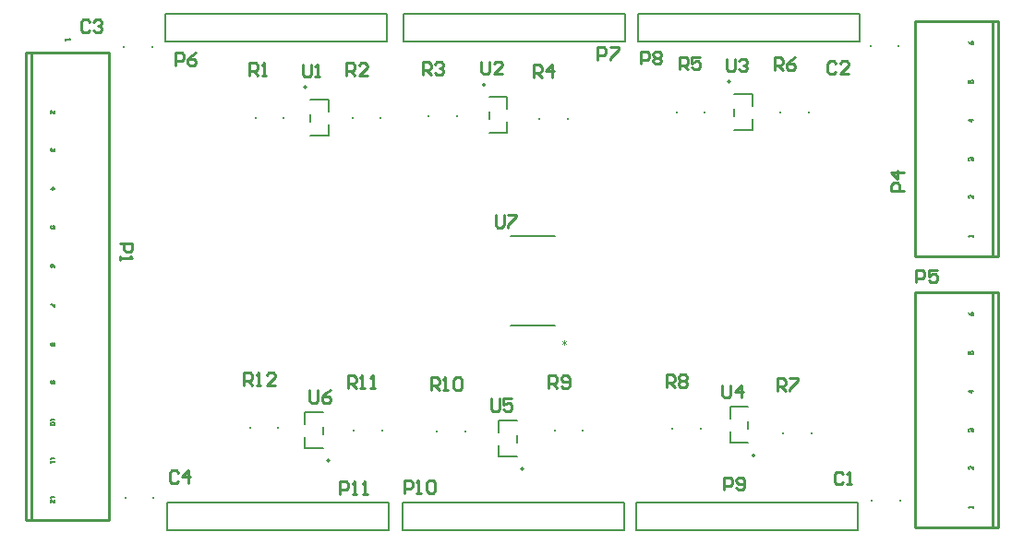
<source format=gto>
G04 Layer_Color=65535*
%FSLAX23Y23*%
%MOIN*%
G70*
G01*
G75*
%ADD13C,0.010*%
%ADD21C,0.006*%
%ADD22C,0.008*%
%ADD23C,0.005*%
%ADD24C,0.003*%
%ADD25R,0.008X0.008*%
D13*
X5386Y4392D02*
Y5242D01*
X5106Y4392D02*
X5406D01*
X5106D02*
Y4462D01*
Y5242D02*
X5406D01*
X5106Y4462D02*
Y5242D01*
X5406Y4392D02*
Y5242D01*
X1896Y4417D02*
Y6107D01*
X2196Y4417D02*
Y6037D01*
X1896Y4417D02*
X2196D01*
Y6037D02*
Y6107D01*
X1896D02*
X2196D01*
X1916Y4417D02*
Y6107D01*
X5386Y5372D02*
Y6222D01*
X5106Y5372D02*
X5406D01*
X5106D02*
Y5442D01*
Y6222D02*
X5406D01*
X5106Y5442D02*
Y6222D01*
X5406Y5372D02*
Y6222D01*
X5111Y5277D02*
Y5322D01*
X5133D01*
X5141Y5314D01*
Y5299D01*
X5133Y5292D01*
X5111D01*
X5186Y5322D02*
X5156D01*
Y5299D01*
X5171Y5307D01*
X5178D01*
X5186Y5299D01*
Y5284D01*
X5178Y5277D01*
X5163D01*
X5156Y5284D01*
X3031Y4512D02*
Y4557D01*
X3053D01*
X3061Y4549D01*
Y4534D01*
X3053Y4527D01*
X3031D01*
X3076Y4512D02*
X3091D01*
X3083D01*
Y4557D01*
X3076Y4549D01*
X3113Y4512D02*
X3128D01*
X3121D01*
Y4557D01*
X3113Y4549D01*
X3262Y4516D02*
Y4561D01*
X3284D01*
X3292Y4553D01*
Y4538D01*
X3284Y4531D01*
X3262D01*
X3307Y4516D02*
X3322D01*
X3314D01*
Y4561D01*
X3307Y4553D01*
X3344D02*
X3352Y4561D01*
X3367D01*
X3374Y4553D01*
Y4523D01*
X3367Y4516D01*
X3352D01*
X3344Y4523D01*
Y4553D01*
X4416Y4527D02*
Y4572D01*
X4438D01*
X4446Y4564D01*
Y4549D01*
X4438Y4542D01*
X4416D01*
X4461Y4534D02*
X4468Y4527D01*
X4483D01*
X4491Y4534D01*
Y4564D01*
X4483Y4572D01*
X4468D01*
X4461Y4564D01*
Y4557D01*
X4468Y4549D01*
X4491D01*
X4116Y6067D02*
Y6112D01*
X4138D01*
X4146Y6104D01*
Y6089D01*
X4138Y6082D01*
X4116D01*
X4161Y6104D02*
X4168Y6112D01*
X4183D01*
X4191Y6104D01*
Y6097D01*
X4183Y6089D01*
X4191Y6082D01*
Y6074D01*
X4183Y6067D01*
X4168D01*
X4161Y6074D01*
Y6082D01*
X4168Y6089D01*
X4161Y6097D01*
Y6104D01*
X4168Y6089D02*
X4183D01*
X3961Y6082D02*
Y6127D01*
X3983D01*
X3991Y6119D01*
Y6104D01*
X3983Y6097D01*
X3961D01*
X4006Y6127D02*
X4036D01*
Y6119D01*
X4006Y6089D01*
Y6082D01*
X2436Y6062D02*
Y6107D01*
X2458D01*
X2466Y6099D01*
Y6084D01*
X2458Y6077D01*
X2436D01*
X2511Y6107D02*
X2496Y6099D01*
X2481Y6084D01*
Y6069D01*
X2488Y6062D01*
X2503D01*
X2511Y6069D01*
Y6077D01*
X2503Y6084D01*
X2481D01*
X2236Y5417D02*
X2281D01*
Y5395D01*
X2273Y5387D01*
X2258D01*
X2251Y5395D01*
Y5417D01*
X2236Y5372D02*
Y5357D01*
Y5365D01*
X2281D01*
X2273Y5372D01*
X5066Y5607D02*
X5021D01*
Y5629D01*
X5029Y5637D01*
X5044D01*
X5051Y5629D01*
Y5607D01*
X5066Y5674D02*
X5021D01*
X5044Y5652D01*
Y5682D01*
X2703Y6025D02*
Y6070D01*
X2725D01*
X2733Y6062D01*
Y6047D01*
X2725Y6040D01*
X2703D01*
X2718D02*
X2733Y6025D01*
X2748D02*
X2763D01*
X2755D01*
Y6070D01*
X2748Y6062D01*
X3053Y6025D02*
Y6070D01*
X3075D01*
X3083Y6062D01*
Y6047D01*
X3075Y6040D01*
X3053D01*
X3068D02*
X3083Y6025D01*
X3128D02*
X3098D01*
X3128Y6055D01*
Y6062D01*
X3120Y6070D01*
X3105D01*
X3098Y6062D01*
X3329Y6029D02*
Y6074D01*
X3351D01*
X3359Y6066D01*
Y6051D01*
X3351Y6044D01*
X3329D01*
X3344D02*
X3359Y6029D01*
X3374Y6066D02*
X3381Y6074D01*
X3396D01*
X3404Y6066D01*
Y6059D01*
X3396Y6051D01*
X3389D01*
X3396D01*
X3404Y6044D01*
Y6036D01*
X3396Y6029D01*
X3381D01*
X3374Y6036D01*
X3729Y6019D02*
Y6064D01*
X3751D01*
X3759Y6056D01*
Y6041D01*
X3751Y6034D01*
X3729D01*
X3744D02*
X3759Y6019D01*
X3796D02*
Y6064D01*
X3774Y6041D01*
X3804D01*
X4256Y6047D02*
Y6092D01*
X4278D01*
X4286Y6084D01*
Y6069D01*
X4278Y6062D01*
X4256D01*
X4271D02*
X4286Y6047D01*
X4331Y6092D02*
X4301D01*
Y6069D01*
X4316Y6077D01*
X4323D01*
X4331Y6069D01*
Y6054D01*
X4323Y6047D01*
X4308D01*
X4301Y6054D01*
X4599Y6045D02*
Y6090D01*
X4621D01*
X4629Y6082D01*
Y6067D01*
X4621Y6060D01*
X4599D01*
X4614D02*
X4629Y6045D01*
X4674Y6090D02*
X4659Y6082D01*
X4644Y6067D01*
Y6052D01*
X4651Y6045D01*
X4666D01*
X4674Y6052D01*
Y6060D01*
X4666Y6067D01*
X4644D01*
X4609Y4885D02*
Y4930D01*
X4631D01*
X4639Y4922D01*
Y4907D01*
X4631Y4900D01*
X4609D01*
X4624D02*
X4639Y4885D01*
X4654Y4930D02*
X4684D01*
Y4922D01*
X4654Y4892D01*
Y4885D01*
X4209Y4899D02*
Y4944D01*
X4231D01*
X4239Y4936D01*
Y4921D01*
X4231Y4914D01*
X4209D01*
X4224D02*
X4239Y4899D01*
X4254Y4936D02*
X4261Y4944D01*
X4276D01*
X4284Y4936D01*
Y4929D01*
X4276Y4921D01*
X4284Y4914D01*
Y4906D01*
X4276Y4899D01*
X4261D01*
X4254Y4906D01*
Y4914D01*
X4261Y4921D01*
X4254Y4929D01*
Y4936D01*
X4261Y4921D02*
X4276D01*
X3783Y4895D02*
Y4940D01*
X3805D01*
X3813Y4932D01*
Y4917D01*
X3805Y4910D01*
X3783D01*
X3798D02*
X3813Y4895D01*
X3828Y4902D02*
X3835Y4895D01*
X3850D01*
X3858Y4902D01*
Y4932D01*
X3850Y4940D01*
X3835D01*
X3828Y4932D01*
Y4925D01*
X3835Y4917D01*
X3858D01*
X3359Y4889D02*
Y4934D01*
X3381D01*
X3389Y4926D01*
Y4911D01*
X3381Y4904D01*
X3359D01*
X3374D02*
X3389Y4889D01*
X3404D02*
X3419D01*
X3411D01*
Y4934D01*
X3404Y4926D01*
X3441D02*
X3449Y4934D01*
X3464D01*
X3471Y4926D01*
Y4896D01*
X3464Y4889D01*
X3449D01*
X3441Y4896D01*
Y4926D01*
X3059Y4895D02*
Y4940D01*
X3081D01*
X3089Y4932D01*
Y4917D01*
X3081Y4910D01*
X3059D01*
X3074D02*
X3089Y4895D01*
X3104D02*
X3119D01*
X3111D01*
Y4940D01*
X3104Y4932D01*
X3141Y4895D02*
X3156D01*
X3149D01*
Y4940D01*
X3141Y4932D01*
X2683Y4905D02*
Y4950D01*
X2705D01*
X2713Y4942D01*
Y4927D01*
X2705Y4920D01*
X2683D01*
X2698D02*
X2713Y4905D01*
X2728D02*
X2743D01*
X2735D01*
Y4950D01*
X2728Y4942D01*
X2795Y4905D02*
X2765D01*
X2795Y4935D01*
Y4942D01*
X2788Y4950D01*
X2773D01*
X2765Y4942D01*
X3592Y5521D02*
Y5483D01*
X3599Y5476D01*
X3614D01*
X3622Y5483D01*
Y5521D01*
X3637D02*
X3667D01*
Y5513D01*
X3637Y5483D01*
Y5476D01*
X2896Y6065D02*
Y6027D01*
X2903Y6020D01*
X2918D01*
X2926Y6027D01*
Y6065D01*
X2941Y6020D02*
X2956D01*
X2948D01*
Y6065D01*
X2941Y6057D01*
X3541Y6075D02*
Y6037D01*
X3548Y6030D01*
X3563D01*
X3571Y6037D01*
Y6075D01*
X3616Y6030D02*
X3586D01*
X3616Y6060D01*
Y6067D01*
X3608Y6075D01*
X3593D01*
X3586Y6067D01*
X4426Y6085D02*
Y6047D01*
X4433Y6040D01*
X4448D01*
X4456Y6047D01*
Y6085D01*
X4471Y6077D02*
X4478Y6085D01*
X4493D01*
X4501Y6077D01*
Y6070D01*
X4493Y6062D01*
X4486D01*
X4493D01*
X4501Y6055D01*
Y6047D01*
X4493Y6040D01*
X4478D01*
X4471Y6047D01*
X4411Y4905D02*
Y4867D01*
X4418Y4860D01*
X4433D01*
X4441Y4867D01*
Y4905D01*
X4478Y4860D02*
Y4905D01*
X4456Y4882D01*
X4486D01*
X3576Y4857D02*
Y4819D01*
X3583Y4812D01*
X3598D01*
X3606Y4819D01*
Y4857D01*
X3651D02*
X3621D01*
Y4834D01*
X3636Y4842D01*
X3643D01*
X3651Y4834D01*
Y4819D01*
X3643Y4812D01*
X3628D01*
X3621Y4819D01*
X2921Y4887D02*
Y4849D01*
X2928Y4842D01*
X2943D01*
X2951Y4849D01*
Y4887D01*
X2996D02*
X2981Y4879D01*
X2966Y4864D01*
Y4849D01*
X2973Y4842D01*
X2988D01*
X2996Y4849D01*
Y4857D01*
X2988Y4864D01*
X2966D01*
X4846Y4584D02*
X4838Y4592D01*
X4823D01*
X4816Y4584D01*
Y4554D01*
X4823Y4547D01*
X4838D01*
X4846Y4554D01*
X4861Y4547D02*
X4876D01*
X4868D01*
Y4592D01*
X4861Y4584D01*
X4821Y6069D02*
X4813Y6077D01*
X4798D01*
X4791Y6069D01*
Y6039D01*
X4798Y6032D01*
X4813D01*
X4821Y6039D01*
X4866Y6032D02*
X4836D01*
X4866Y6062D01*
Y6069D01*
X4858Y6077D01*
X4843D01*
X4836Y6069D01*
X2126Y6219D02*
X2118Y6227D01*
X2103D01*
X2096Y6219D01*
Y6189D01*
X2103Y6182D01*
X2118D01*
X2126Y6189D01*
X2141Y6219D02*
X2148Y6227D01*
X2163D01*
X2171Y6219D01*
Y6212D01*
X2163Y6204D01*
X2156D01*
X2163D01*
X2171Y6197D01*
Y6189D01*
X2163Y6182D01*
X2148D01*
X2141Y6189D01*
X2446Y4589D02*
X2438Y4597D01*
X2423D01*
X2416Y4589D01*
Y4559D01*
X2423Y4552D01*
X2438D01*
X2446Y4559D01*
X2483Y4552D02*
Y4597D01*
X2461Y4574D01*
X2491D01*
D21*
X2993Y4632D02*
G03*
X2993Y4632I-5J0D01*
G01*
X3693Y4602D02*
G03*
X3693Y4602I-5J0D01*
G01*
X4528Y4652D02*
G03*
X4528Y4652I-5J0D01*
G01*
X4439Y6002D02*
G03*
X4439Y6002I-5J0D01*
G01*
X3554Y5992D02*
G03*
X3554Y5992I-5J0D01*
G01*
X2909Y5982D02*
G03*
X2909Y5982I-5J0D01*
G01*
X3647Y5122D02*
X3805D01*
X3647Y5443D02*
X3805D01*
X2904Y4677D02*
X2968D01*
X2904Y4766D02*
Y4807D01*
X2968D01*
Y4729D02*
Y4755D01*
X2904Y4677D02*
Y4718D01*
X3603Y4647D02*
Y4688D01*
X3668Y4699D02*
Y4725D01*
X3603Y4777D02*
X3668D01*
X3603Y4736D02*
Y4777D01*
Y4647D02*
X3668D01*
X4438Y4697D02*
X4503D01*
X4438Y4786D02*
Y4827D01*
X4503D01*
Y4749D02*
Y4775D01*
X4438Y4697D02*
Y4738D01*
X4518Y5916D02*
Y5957D01*
X4453Y5879D02*
Y5905D01*
Y5827D02*
X4518D01*
Y5868D01*
X4453Y5957D02*
X4518D01*
X3569Y5947D02*
X3634D01*
Y5817D02*
Y5858D01*
X3569Y5817D02*
X3634D01*
X3569Y5869D02*
Y5895D01*
X3634Y5906D02*
Y5947D01*
X2989Y5896D02*
Y5937D01*
X2924Y5859D02*
Y5885D01*
Y5807D02*
X2989D01*
Y5848D01*
X2924Y5937D02*
X2989D01*
D22*
X2406Y4382D02*
Y4482D01*
X3206D01*
Y4382D02*
Y4482D01*
X2406Y4382D02*
X3206D01*
X3256D02*
Y4482D01*
X4056D01*
Y4382D02*
Y4482D01*
X3256Y4382D02*
X4056D01*
X4101D02*
Y4482D01*
X4901D01*
Y4382D02*
Y4482D01*
X4101Y4382D02*
X4901D01*
X4106Y6147D02*
Y6247D01*
X4906D01*
Y6147D02*
Y6247D01*
X4106Y6147D02*
X4906D01*
X3261D02*
Y6247D01*
X4061D01*
Y6147D02*
Y6247D01*
X3261Y6147D02*
X4061D01*
X2401D02*
Y6247D01*
X3201D01*
Y6147D02*
Y6247D01*
X2401Y6147D02*
X3201D01*
D23*
X5316Y4462D02*
Y4467D01*
Y4464D01*
X5301D01*
X5304Y4462D01*
X5316Y4612D02*
Y4602D01*
X5306Y4612D01*
X5304D01*
X5301Y4609D01*
Y4604D01*
X5304Y4602D01*
Y4737D02*
X5301Y4739D01*
Y4744D01*
X5304Y4747D01*
X5306D01*
X5309Y4744D01*
Y4742D01*
Y4744D01*
X5311Y4747D01*
X5314D01*
X5316Y4744D01*
Y4739D01*
X5314Y4737D01*
X5316Y4884D02*
X5301D01*
X5309Y4877D01*
Y4887D01*
X5301Y5027D02*
Y5017D01*
X5309D01*
X5306Y5022D01*
Y5024D01*
X5309Y5027D01*
X5314D01*
X5316Y5024D01*
Y5019D01*
X5314Y5017D01*
X5301Y5167D02*
X5304Y5162D01*
X5309Y5157D01*
X5314D01*
X5316Y5159D01*
Y5164D01*
X5314Y5167D01*
X5311D01*
X5309Y5164D01*
Y5157D01*
X2001Y5197D02*
Y5187D01*
X1998D01*
X1988Y5197D01*
X1986D01*
X1998Y5057D02*
X2001Y5055D01*
Y5050D01*
X1998Y5047D01*
X1996D01*
X1993Y5050D01*
X1991Y5047D01*
X1988D01*
X1986Y5050D01*
Y5055D01*
X1988Y5057D01*
X1991D01*
X1993Y5055D01*
X1996Y5057D01*
X1998D01*
X1993Y5055D02*
Y5050D01*
X1988Y4922D02*
X1986Y4920D01*
Y4915D01*
X1988Y4912D01*
X1998D01*
X2001Y4915D01*
Y4920D01*
X1998Y4922D01*
X1996D01*
X1993Y4920D01*
Y4912D01*
X1986Y4782D02*
Y4777D01*
Y4780D01*
X2001D01*
X1998Y4782D01*
Y4770D02*
X2001Y4767D01*
Y4762D01*
X1998Y4760D01*
X1988D01*
X1986Y4762D01*
Y4767D01*
X1988Y4770D01*
X1998D01*
X1986Y4642D02*
Y4637D01*
Y4640D01*
X2001D01*
X1998Y4642D01*
X1986Y4630D02*
Y4625D01*
Y4627D01*
X2001D01*
X1998Y4630D01*
X1986Y4502D02*
Y4497D01*
Y4500D01*
X2001D01*
X1998Y4502D01*
X1986Y4480D02*
Y4490D01*
X1996Y4480D01*
X1998D01*
X2001Y4482D01*
Y4487D01*
X1998Y4490D01*
X2001Y5332D02*
X1998Y5337D01*
X1993Y5342D01*
X1988D01*
X1986Y5340D01*
Y5335D01*
X1988Y5332D01*
X1991D01*
X1993Y5335D01*
Y5342D01*
X2001Y5472D02*
Y5482D01*
X1993D01*
X1996Y5477D01*
Y5475D01*
X1993Y5472D01*
X1988D01*
X1986Y5475D01*
Y5480D01*
X1988Y5482D01*
X1986Y5615D02*
X2001D01*
X1993Y5622D01*
Y5612D01*
X1998Y5762D02*
X2001Y5760D01*
Y5755D01*
X1998Y5752D01*
X1996D01*
X1993Y5755D01*
Y5757D01*
Y5755D01*
X1991Y5752D01*
X1988D01*
X1986Y5755D01*
Y5760D01*
X1988Y5762D01*
X1986Y5887D02*
Y5897D01*
X1996Y5887D01*
X1998D01*
X2001Y5890D01*
Y5895D01*
X1998Y5897D01*
X2041Y6157D02*
Y6152D01*
Y6155D01*
X2056D01*
X2053Y6157D01*
X5316Y5442D02*
Y5447D01*
Y5444D01*
X5301D01*
X5304Y5442D01*
X5316Y5592D02*
Y5582D01*
X5306Y5592D01*
X5304D01*
X5301Y5589D01*
Y5584D01*
X5304Y5582D01*
Y5717D02*
X5301Y5719D01*
Y5724D01*
X5304Y5727D01*
X5306D01*
X5309Y5724D01*
Y5722D01*
Y5724D01*
X5311Y5727D01*
X5314D01*
X5316Y5724D01*
Y5719D01*
X5314Y5717D01*
X5316Y5864D02*
X5301D01*
X5309Y5857D01*
Y5867D01*
X5301Y6007D02*
Y5997D01*
X5309D01*
X5306Y6002D01*
Y6004D01*
X5309Y6007D01*
X5314D01*
X5316Y6004D01*
Y5999D01*
X5314Y5997D01*
X5301Y6147D02*
X5304Y6142D01*
X5309Y6137D01*
X5314D01*
X5316Y6139D01*
Y6144D01*
X5314Y6147D01*
X5311D01*
X5309Y6144D01*
Y6137D01*
D24*
X3840Y5051D02*
Y5069D01*
X3847Y5055D02*
X3832Y5064D01*
Y5055D02*
X3847Y5064D01*
D25*
X2827Y5872D02*
D03*
X2725D02*
D03*
X3075Y5872D02*
D03*
X3177D02*
D03*
X3452Y5877D02*
D03*
X3350D02*
D03*
X3750Y5867D02*
D03*
X3852D02*
D03*
X4347Y5892D02*
D03*
X4245D02*
D03*
X4620D02*
D03*
X4722D02*
D03*
X4630Y4732D02*
D03*
X4732D02*
D03*
X4332Y4747D02*
D03*
X4230D02*
D03*
X3805Y4742D02*
D03*
X3907D02*
D03*
X3482Y4737D02*
D03*
X3380D02*
D03*
X3080Y4742D02*
D03*
X3182D02*
D03*
X2807Y4752D02*
D03*
X2705D02*
D03*
X4950Y4487D02*
D03*
X5052D02*
D03*
X5047Y6132D02*
D03*
X4945D02*
D03*
X2352Y6127D02*
D03*
X2250D02*
D03*
X2255Y4497D02*
D03*
X2357D02*
D03*
M02*

</source>
